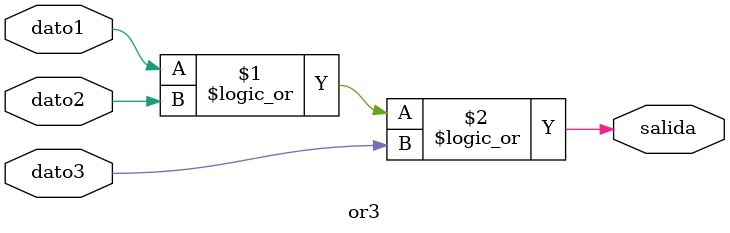
<source format=v>
`timescale 1ns / 1ps
module or3(dato1,dato2,dato3,salida);
	input dato1,dato2,dato3;
	output salida;
	wire salida;
	
	assign salida=dato1||dato2||dato3;


endmodule

</source>
